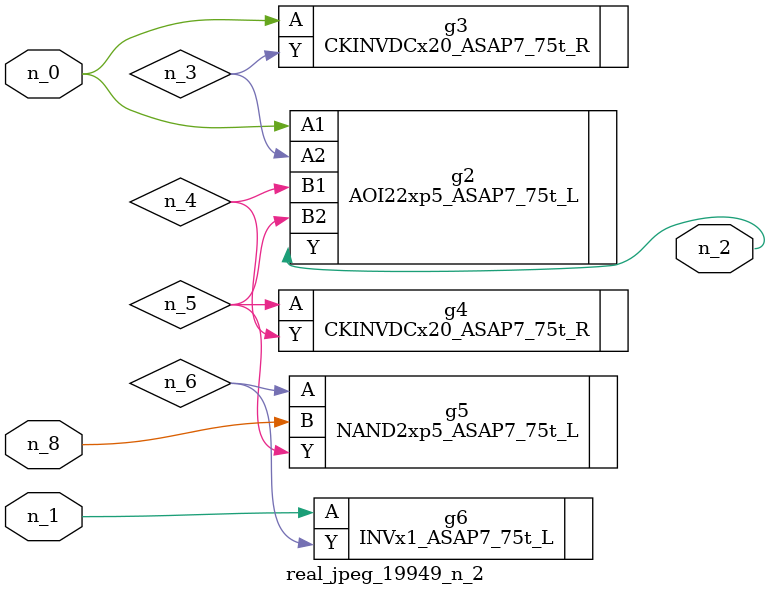
<source format=v>
module real_jpeg_19949_n_2 (n_8, n_1, n_0, n_2);

input n_8;
input n_1;
input n_0;

output n_2;

wire n_5;
wire n_4;
wire n_6;
wire n_3;

AOI22xp5_ASAP7_75t_L g2 ( 
.A1(n_0),
.A2(n_3),
.B1(n_4),
.B2(n_5),
.Y(n_2)
);

CKINVDCx20_ASAP7_75t_R g3 ( 
.A(n_0),
.Y(n_3)
);

INVx1_ASAP7_75t_L g6 ( 
.A(n_1),
.Y(n_6)
);

CKINVDCx20_ASAP7_75t_R g4 ( 
.A(n_5),
.Y(n_4)
);

NAND2xp5_ASAP7_75t_L g5 ( 
.A(n_6),
.B(n_8),
.Y(n_5)
);


endmodule
</source>
